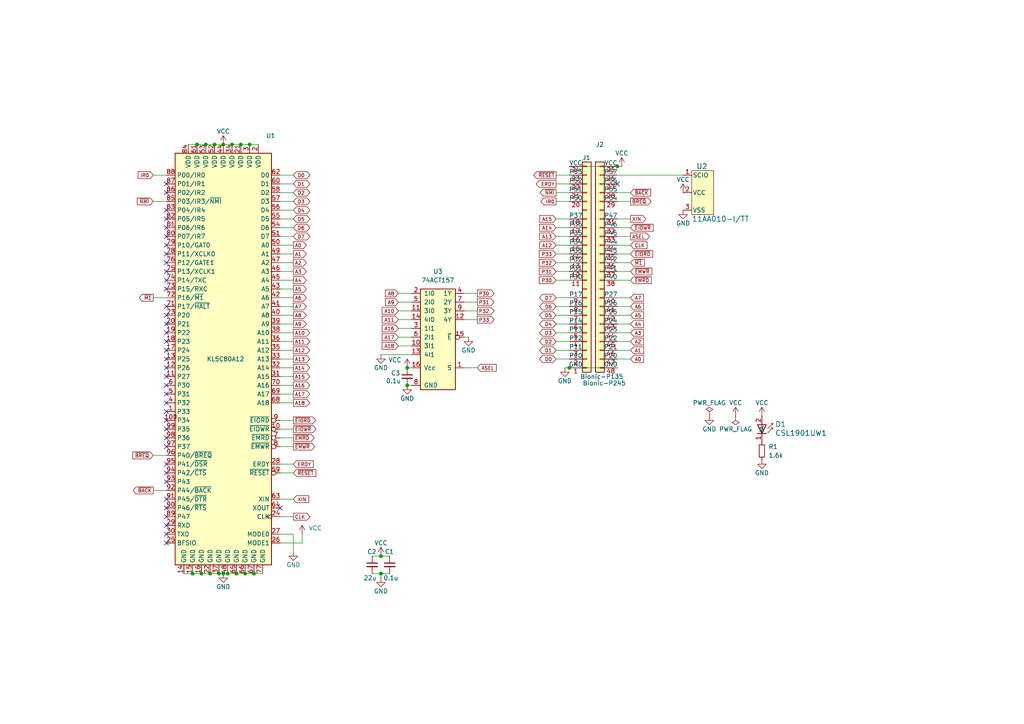
<source format=kicad_sch>
(kicad_sch (version 20250114) (generator "eeschema") (generator_version "9.0")
  (paper "A4")
  (title_block (title "BionicKL5C80A12") (date "2025-10-12") (rev "1") (company "Tadashi G. Takaoka"))
  (lib_symbols
    (symbol "Device:C_Small" (pin_numbers (hide yes)) (pin_names (offset 0.254) (hide yes))
      (property "Reference" "C" (at 0.254 1.778 0))
      (property "Value" "C_Small" (at 0.254 -2.032 0))
      (symbol "C_Small_0_1"
        (polyline (pts (xy -1.524 0.508) (xy 1.524 0.508)) (stroke (width 0.3048)))
        (polyline (pts (xy -1.524 -0.508) (xy 1.524 -0.508)) (stroke (width 0.3302)))
      )
      (symbol "C_Small_1_1"
        (pin passive line (at 0 2.54 270) (length 2.032) (name "~") (number "1"))
        (pin passive line (at 0 -2.54 90) (length 2.032) (name "~") (number "2"))
      )
    )
    (symbol "Device:R_Small" (pin_numbers (hide yes)) (pin_names (offset 0.254) (hide yes))
      (property "Reference" "R" (at 0 0 90))
      (property "Value" "R_Small" (at 1.778 0 90))
      (symbol "R_Small_0_1"
        (rectangle (start -0.762 1.778) (end 0.762 -1.778) (stroke (width 0.2032)))
      )
      (symbol "R_Small_1_1"
        (pin passive line (at 0 2.54 270) (length 0.762) (name "~") (number "1"))
        (pin passive line (at 0 -2.54 90) (length 0.762) (name "~") (number "2"))
      )
    )
    (symbol "bionic:Bionic-P135" (pin_names (offset 0))
      (property "Reference" "J" (at 0 30.48 0))
      (property "Value" "Bionic-P135" (at -1.27 -33.02 0))
      (symbol "Bionic-P135_1_1"
        (rectangle (start 0 28.067) (end -1.27 27.813) (stroke (width 0.1524)))
        (rectangle (start 0 25.527) (end -1.27 25.273) (stroke (width 0.1524)))
        (rectangle (start 0 22.987) (end -1.27 22.733) (stroke (width 0.1524)))
        (rectangle (start 0 20.447) (end -1.27 20.193) (stroke (width 0.1524)))
        (rectangle (start 0 17.907) (end -1.27 17.653) (stroke (width 0.1524)))
        (rectangle (start 0 15.367) (end -1.27 15.113) (stroke (width 0.1524)))
        (rectangle (start 0 12.827) (end -1.27 12.573) (stroke (width 0.1524)))
        (rectangle (start 0 10.287) (end -1.27 10.033) (stroke (width 0.1524)))
        (rectangle (start 0 7.747) (end -1.27 7.493) (stroke (width 0.1524)))
        (rectangle (start 0 5.207) (end -1.27 4.953) (stroke (width 0.1524)))
        (rectangle (start 0 2.667) (end -1.27 2.413) (stroke (width 0.1524)))
        (rectangle (start 0 0.127) (end -1.27 -0.127) (stroke (width 0.1524)))
        (rectangle (start 0 -2.413) (end -1.27 -2.667) (stroke (width 0.1524)))
        (rectangle (start 0 -4.953) (end -1.27 -5.207) (stroke (width 0.1524)))
        (rectangle (start 0 -7.493) (end -1.27 -7.747) (stroke (width 0.1524)))
        (rectangle (start 0 -10.033) (end -1.27 -10.287) (stroke (width 0.1524)))
        (rectangle (start 0 -12.573) (end -1.27 -12.827) (stroke (width 0.1524)))
        (rectangle (start 0 -15.113) (end -1.27 -15.367) (stroke (width 0.1524)))
        (rectangle (start 0 -17.653) (end -1.27 -17.907) (stroke (width 0.1524)))
        (rectangle (start 0 -20.193) (end -1.27 -20.447) (stroke (width 0.1524)))
        (rectangle (start 0 -22.733) (end -1.27 -22.987) (stroke (width 0.1524)))
        (rectangle (start 0 -25.273) (end -1.27 -25.527) (stroke (width 0.1524)))
        (rectangle (start 0 -27.813) (end -1.27 -28.067) (stroke (width 0.1524)))
        (rectangle (start 0 -30.353) (end -1.27 -30.607) (stroke (width 0.1524)))
        (rectangle (start 1.27 29.21) (end -1.27 -31.75) (stroke (width 0.254)) (fill (type background)))
        (pin power_in line (at -5.08 27.94 0) (length 3.81) (name "VCC") (number "24"))
        (pin bidirectional line (at -5.08 25.4 0) (length 3.81) (name "P53") (number "23"))
        (pin bidirectional line (at -5.08 22.86 0) (length 3.81) (name "P52") (number "22"))
        (pin bidirectional line (at -5.08 20.32 0) (length 3.81) (name "P51") (number "21"))
        (pin bidirectional line (at -5.08 17.78 0) (length 3.81) (name "P50") (number "20"))
        (pin bidirectional line (at -5.08 12.7 0) (length 3.81) (name "P37") (number "18"))
        (pin bidirectional line (at -5.08 10.16 0) (length 3.81) (name "P36") (number "17"))
        (pin bidirectional line (at -5.08 7.62 0) (length 3.81) (name "P35") (number "16"))
        (pin bidirectional line (at -5.08 5.08 0) (length 3.81) (name "P34") (number "15"))
        (pin bidirectional line (at -5.08 2.54 0) (length 3.81) (name "P33") (number "14"))
        (pin bidirectional line (at -5.08 0 0) (length 3.81) (name "P32") (number "13"))
        (pin bidirectional line (at -5.08 -2.54 0) (length 3.81) (name "P31") (number "12"))
        (pin bidirectional line (at -5.08 -5.08 0) (length 3.81) (name "P30") (number "11"))
        (pin bidirectional line (at -5.08 -10.16 0) (length 3.81) (name "P17") (number "9"))
        (pin bidirectional line (at -5.08 -12.7 0) (length 3.81) (name "P16") (number "8"))
        (pin bidirectional line (at -5.08 -15.24 0) (length 3.81) (name "P15") (number "7"))
        (pin bidirectional line (at -5.08 -17.78 0) (length 3.81) (name "P14") (number "6"))
        (pin bidirectional line (at -5.08 -20.32 0) (length 3.81) (name "P13") (number "5"))
        (pin bidirectional line (at -5.08 -22.86 0) (length 3.81) (name "P12") (number "4"))
        (pin bidirectional line (at -5.08 -25.4 0) (length 3.81) (name "P11") (number "3"))
        (pin bidirectional line (at -5.08 -27.94 0) (length 3.81) (name "P10") (number "2"))
        (pin power_in line (at -5.08 -30.48 0) (length 3.81) (name "GND") (number "1"))
      )
    )
    (symbol "bionic:Bionic-P245" (pin_names (offset 0))
      (property "Reference" "J" (at -3.81 30.48 0))
      (property "Value" "Bionic-P245" (at -1.27 -33.02 0))
      (symbol "Bionic-P245_1_1"
        (rectangle (start -2.54 29.21) (end -5.08 -31.75) (stroke (width 0.254)) (fill (type background)))
        (rectangle (start -2.54 27.813) (end -3.81 28.067) (stroke (width 0.1524)))
        (rectangle (start -2.54 25.273) (end -3.81 25.527) (stroke (width 0.1524)))
        (rectangle (start -2.54 22.733) (end -3.81 22.987) (stroke (width 0.1524)))
        (rectangle (start -2.54 20.193) (end -3.81 20.447) (stroke (width 0.1524)))
        (rectangle (start -2.54 17.653) (end -3.81 17.907) (stroke (width 0.1524)))
        (rectangle (start -2.54 15.113) (end -3.81 15.367) (stroke (width 0.1524)))
        (rectangle (start -2.54 12.573) (end -3.81 12.827) (stroke (width 0.1524)))
        (rectangle (start -2.54 10.033) (end -3.81 10.287) (stroke (width 0.1524)))
        (rectangle (start -2.54 7.493) (end -3.81 7.747) (stroke (width 0.1524)))
        (rectangle (start -2.54 4.953) (end -3.81 5.207) (stroke (width 0.1524)))
        (rectangle (start -2.54 2.413) (end -3.81 2.667) (stroke (width 0.1524)))
        (rectangle (start -2.54 -0.127) (end -3.81 0.127) (stroke (width 0.1524)))
        (rectangle (start -2.54 -2.667) (end -3.81 -2.413) (stroke (width 0.1524)))
        (rectangle (start -2.54 -5.207) (end -3.81 -4.953) (stroke (width 0.1524)))
        (rectangle (start -2.54 -7.747) (end -3.81 -7.493) (stroke (width 0.1524)))
        (rectangle (start -2.54 -10.287) (end -3.81 -10.033) (stroke (width 0.1524)))
        (rectangle (start -2.54 -12.827) (end -3.81 -12.573) (stroke (width 0.1524)))
        (rectangle (start -2.54 -15.367) (end -3.81 -15.113) (stroke (width 0.1524)))
        (rectangle (start -2.54 -17.907) (end -3.81 -17.653) (stroke (width 0.1524)))
        (rectangle (start -2.54 -20.447) (end -3.81 -20.193) (stroke (width 0.1524)))
        (rectangle (start -2.54 -22.987) (end -3.81 -22.733) (stroke (width 0.1524)))
        (rectangle (start -2.54 -25.527) (end -3.81 -25.273) (stroke (width 0.1524)))
        (rectangle (start -2.54 -28.067) (end -3.81 -27.813) (stroke (width 0.1524)))
        (rectangle (start -2.54 -30.607) (end -3.81 -30.353) (stroke (width 0.1524)))
        (pin power_in line (at 1.27 27.94 180) (length 3.81) (name "VCC") (number "25"))
        (pin bidirectional line (at 1.27 25.4 180) (length 3.81) (name "P57") (number "26"))
        (pin bidirectional line (at 1.27 22.86 180) (length 3.81) (name "P56") (number "27"))
        (pin bidirectional line (at 1.27 20.32 180) (length 3.81) (name "P55") (number "28"))
        (pin bidirectional line (at 1.27 17.78 180) (length 3.81) (name "P54") (number "29"))
        (pin bidirectional line (at 1.27 12.7 180) (length 3.81) (name "P47") (number "31"))
        (pin bidirectional line (at 1.27 10.16 180) (length 3.81) (name "P46") (number "32"))
        (pin bidirectional line (at 1.27 7.62 180) (length 3.81) (name "P45") (number "33"))
        (pin bidirectional line (at 1.27 5.08 180) (length 3.81) (name "P44") (number "34"))
        (pin bidirectional line (at 1.27 2.54 180) (length 3.81) (name "P43") (number "35"))
        (pin bidirectional line (at 1.27 0 180) (length 3.81) (name "P42") (number "36"))
        (pin bidirectional line (at 1.27 -2.54 180) (length 3.81) (name "P41") (number "37"))
        (pin bidirectional line (at 1.27 -5.08 180) (length 3.81) (name "P40") (number "38"))
        (pin bidirectional line (at 1.27 -10.16 180) (length 3.81) (name "P27") (number "40"))
        (pin bidirectional line (at 1.27 -12.7 180) (length 3.81) (name "P26") (number "41"))
        (pin bidirectional line (at 1.27 -15.24 180) (length 3.81) (name "P25") (number "42"))
        (pin bidirectional line (at 1.27 -17.78 180) (length 3.81) (name "P24") (number "43"))
        (pin bidirectional line (at 1.27 -20.32 180) (length 3.81) (name "P23") (number "44"))
        (pin bidirectional line (at 1.27 -22.86 180) (length 3.81) (name "P22") (number "45"))
        (pin bidirectional line (at 1.27 -25.4 180) (length 3.81) (name "P21") (number "46"))
        (pin bidirectional line (at 1.27 -27.94 180) (length 3.81) (name "P20") (number "47"))
        (pin power_in line (at 1.27 -30.48 180) (length 3.81) (name "GND") (number "48"))
      )
    )
    (symbol "cpu:KL5C80A12"
      (property "Reference" "U" (at 16.51 60.96 0))
      (property "Value" "KL5C8012" (at 0.508 2.54 0))
      (symbol "KL5C80A12_0_1"
        (rectangle (start -13.97 59.69) (end 13.97 -59.69) (stroke (width 0.254)) (fill (type background)))
      )
      (symbol "KL5C80A12_1_0"
        (pin bidirectional line (at -16.51 53.34 0) (length 2.54) (name "P00/IR0") (number "88"))
        (pin bidirectional line (at -16.51 50.8 0) (length 2.54) (name "P01/IR1") (number "87"))
        (pin bidirectional line (at -16.51 48.26 0) (length 2.54) (name "P02/IR2") (number "86"))
        (pin bidirectional line (at -16.51 43.18 0) (length 2.54) (name "P04/IR4") (number "83"))
        (pin bidirectional line (at -16.51 40.64 0) (length 2.54) (name "P05/IR5") (number "82"))
        (pin bidirectional line (at -16.51 38.1 0) (length 2.54) (name "P06/IR6") (number "81"))
        (pin bidirectional line (at -16.51 35.56 0) (length 2.54) (name "P07/IR7") (number "80"))
        (pin bidirectional line (at -16.51 33.02 0) (length 2.54) (name "P10/GAT0") (number "79"))
        (pin bidirectional line (at -16.51 30.48 0) (length 2.54) (name "P11/XCLK0") (number "78"))
        (pin bidirectional line (at -16.51 27.94 0) (length 2.54) (name "P12/GATE1") (number "76"))
        (pin bidirectional line (at -16.51 25.4 0) (length 2.54) (name "P13/XCLK1") (number "75"))
        (pin bidirectional line (at -16.51 22.86 0) (length 2.54) (name "P14/TXC") (number "74"))
        (pin bidirectional line (at -16.51 20.32 0) (length 2.54) (name "P15/RXC") (number "73"))
        (pin bidirectional line (at -16.51 12.7 0) (length 2.54) (name "P20") (number "23"))
        (pin bidirectional line (at -16.51 10.16 0) (length 2.54) (name "P21") (number "20"))
        (pin bidirectional line (at -16.51 7.62 0) (length 2.54) (name "P22") (number "19"))
        (pin bidirectional line (at -16.51 5.08 0) (length 2.54) (name "P23") (number "18"))
        (pin bidirectional line (at -16.51 2.54 0) (length 2.54) (name "P24") (number "17"))
        (pin bidirectional line (at -16.51 0 0) (length 2.54) (name "P25") (number "13"))
        (pin bidirectional line (at -16.51 -2.54 0) (length 2.54) (name "P26") (number "12"))
        (pin bidirectional line (at -16.51 -5.08 0) (length 2.54) (name "P27") (number "11"))
        (pin bidirectional line (at -16.51 -7.62 0) (length 2.54) (name "P30") (number "6"))
        (pin bidirectional line (at -16.51 -10.16 0) (length 2.54) (name "P31") (number "5"))
        (pin bidirectional line (at -16.51 -12.7 0) (length 2.54) (name "P32") (number "4"))
        (pin bidirectional line (at -16.51 -15.24 0) (length 2.54) (name "P33") (number "1"))
        (pin bidirectional line (at -16.51 -17.78 0) (length 2.54) (name "P34") (number "100"))
        (pin bidirectional line (at -16.51 -20.32 0) (length 2.54) (name "P35") (number "99"))
        (pin bidirectional line (at -16.51 -22.86 0) (length 2.54) (name "P36") (number "98"))
        (pin bidirectional line (at -16.51 -25.4 0) (length 2.54) (name "P37") (number "97"))
        (pin bidirectional line (at -16.51 -30.48 0) (length 2.54) (name "P41/~{DSR}") (number "95"))
        (pin bidirectional line (at -16.51 -33.02 0) (length 2.54) (name "P42/~{CTS}") (number "94"))
        (pin bidirectional line (at -16.51 -35.56 0) (length 2.54) (name "P43") (number "93"))
        (pin bidirectional line (at -16.51 -40.64 0) (length 2.54) (name "P45/~{DTR}") (number "91"))
        (pin bidirectional line (at -16.51 -43.18 0) (length 2.54) (name "P46/~{RTS}") (number "90"))
        (pin bidirectional line (at -16.51 -45.72 0) (length 2.54) (name "P47") (number "89"))
        (pin input line (at -16.51 -48.26 0) (length 2.54) (name "RXD") (number "29"))
        (pin output line (at -16.51 -50.8 0) (length 2.54) (name "TXD") (number "30"))
        (pin bidirectional line (at -16.51 -53.34 0) (length 2.54) (name "BFSIO") (number "25"))
        (pin power_in line (at -11.43 -62.23 90) (length 2.54) (name "GND") (number "14"))
        (pin power_in line (at -10.16 62.23 270) (length 2.54) (name "VDD") (number "84"))
        (pin power_in line (at -8.89 -62.23 90) (length 2.54) (name "GND") (number "15"))
        (pin power_in line (at -7.62 62.23 270) (length 2.54) (name "VDD") (number "61"))
        (pin power_in line (at -6.35 -62.23 90) (length 2.54) (name "GND") (number "16"))
        (pin power_in line (at -5.08 62.23 270) (length 2.54) (name "VDD") (number "53"))
        (pin power_in line (at -3.81 -62.23 90) (length 2.54) (name "GND") (number "22"))
        (pin power_in line (at -2.54 62.23 270) (length 2.54) (name "VDD") (number "52"))
        (pin power_in line (at -1.27 -62.23 90) (length 2.54) (name "GND") (number "37"))
        (pin power_in line (at 0 62.23 270) (length 2.54) (name "VDD") (number "44"))
        (pin power_in line (at 1.27 -62.23 90) (length 2.54) (name "GND") (number "48"))
        (pin power_in line (at 2.54 62.23 270) (length 2.54) (name "VDD") (number "34"))
        (pin power_in line (at 3.81 -62.23 90) (length 2.54) (name "GND") (number "65"))
        (pin power_in line (at 5.08 62.23 270) (length 2.54) (name "VDD") (number "21"))
        (pin power_in line (at 6.35 -62.23 90) (length 2.54) (name "GND") (number "66"))
        (pin power_in line (at 8.89 -62.23 90) (length 2.54) (name "GND") (number "67"))
        (pin power_in line (at 10.16 62.23 270) (length 2.54) (name "VDD") (number "2"))
        (pin power_in line (at 11.43 -62.23 90) (length 2.54) (name "GND") (number "77"))
        (pin output line (at 16.51 -7.62 180) (length 2.54) (name "A16") (number "70"))
        (pin output line (at 16.51 -10.16 180) (length 2.54) (name "A17") (number "69"))
        (pin output line (at 16.51 -12.7 180) (length 2.54) (name "A18") (number "68"))
        (pin input line (at 16.51 -40.64 180) (length 2.54) (name "XIN") (number "63"))
        (pin output line (at 16.51 -43.18 180) (length 2.54) (name "XOUT") (number "64"))
        (pin input line (at 16.51 -50.8 180) (length 2.54) (name "MODE0") (number "27"))
        (pin input line (at 16.51 -53.34 180) (length 2.54) (name "MODE1") (number "26"))
      )
      (symbol "KL5C80A12_1_1"
        (pin bidirectional line (at -16.51 45.72 0) (length 2.54) (name "P03/IR3/~{NMI}") (number "85"))
        (pin bidirectional line (at -16.51 17.78 0) (length 2.54) (name "P16/~{M1}") (number "72"))
        (pin bidirectional line (at -16.51 15.24 0) (length 2.54) (name "P17/~{HALT}") (number "71"))
        (pin bidirectional line (at -16.51 -27.94 0) (length 2.54) (name "P40/~{BREQ}") (number "96"))
        (pin bidirectional line (at -16.51 -38.1 0) (length 2.54) (name "P44/~{BACK}") (number "92"))
        (pin power_in line (at 7.62 62.23 270) (length 2.54) (name "VDD") (number "3"))
        (pin bidirectional line (at 16.51 53.34 180) (length 2.54) (name "D0") (number "62"))
        (pin bidirectional line (at 16.51 50.8 180) (length 2.54) (name "D1") (number "60"))
        (pin bidirectional line (at 16.51 48.26 180) (length 2.54) (name "D2") (number "58"))
        (pin bidirectional line (at 16.51 45.72 180) (length 2.54) (name "D3") (number "57"))
        (pin bidirectional line (at 16.51 43.18 180) (length 2.54) (name "D4") (number "56"))
        (pin bidirectional line (at 16.51 40.64 180) (length 2.54) (name "D5") (number "55"))
        (pin bidirectional line (at 16.51 38.1 180) (length 2.54) (name "D6") (number "54"))
        (pin bidirectional line (at 16.51 35.56 180) (length 2.54) (name "D7") (number "51"))
        (pin output line (at 16.51 33.02 180) (length 2.54) (name "A0") (number "50"))
        (pin output line (at 16.51 30.48 180) (length 2.54) (name "A1") (number "49"))
        (pin output line (at 16.51 27.94 180) (length 2.54) (name "A2") (number "47"))
        (pin output line (at 16.51 25.4 180) (length 2.54) (name "A3") (number "46"))
        (pin output line (at 16.51 22.86 180) (length 2.54) (name "A4") (number "45"))
        (pin output line (at 16.51 20.32 180) (length 2.54) (name "A5") (number "43"))
        (pin output line (at 16.51 17.78 180) (length 2.54) (name "A6") (number "42"))
        (pin output line (at 16.51 15.24 180) (length 2.54) (name "A7") (number "41"))
        (pin output line (at 16.51 12.7 180) (length 2.54) (name "A8") (number "40"))
        (pin output line (at 16.51 10.16 180) (length 2.54) (name "A9") (number "39"))
        (pin output line (at 16.51 7.62 180) (length 2.54) (name "A10") (number "38"))
        (pin output line (at 16.51 5.08 180) (length 2.54) (name "A11") (number "36"))
        (pin output line (at 16.51 2.54 180) (length 2.54) (name "A12") (number "35"))
        (pin output line (at 16.51 0 180) (length 2.54) (name "A13") (number "33"))
        (pin output line (at 16.51 -2.54 180) (length 2.54) (name "A14") (number "32"))
        (pin output line (at 16.51 -5.08 180) (length 2.54) (name "A15") (number "31"))
        (pin output inverted (at 16.51 -17.78 180) (length 2.54) (name "~{EIORD}") (number "9"))
        (pin output inverted (at 16.51 -20.32 180) (length 2.54) (name "~{EIOWR}") (number "10"))
        (pin output inverted (at 16.51 -22.86 180) (length 2.54) (name "~{EMRD}") (number "7"))
        (pin output inverted (at 16.51 -25.4 180) (length 2.54) (name "~{EMWR}") (number "8"))
        (pin input line (at 16.51 -30.48 180) (length 2.54) (name "ERDY") (number "28"))
        (pin input inverted (at 16.51 -33.02 180) (length 2.54) (name "~{RESET}") (number "59"))
        (pin output clock (at 16.51 -45.72 180) (length 2.54) (name "CLK") (number "24"))
      )
    )
    (symbol "microchip:11AA010-I_TT" (pin_names (offset 0.254))
      (property "Reference" "U" (at 2.54 1.27 0))
      (property "Value" "11AA010-I/TT" (at 3.81 -13.97 0))
      (symbol "11AA010-I_TT_1_1"
        (rectangle (start 0 0) (end 6.35 -12.7) (fill (type background)))
        (pin bidirectional line (at -2.54 -1.27 0) (length 2.54) (name "SCIO") (number "1"))
        (pin power_in line (at -2.54 -6.35 0) (length 2.54) (name "VCC") (number "2"))
        (pin power_in line (at -2.54 -11.43 0) (length 2.54) (name "VSS") (number "3"))
      )
    )
    (symbol "power:GND" (power) (pin_numbers (hide yes)) (pin_names (offset 0) (hide yes))
      (property "Value" "GND" (at 0 -3.81 0))
      (symbol "GND_0_1"
        (polyline (pts (xy 0 0) (xy 0 -1.27) (xy 1.27 -1.27) (xy 0 -2.54) (xy -1.27 -1.27) (xy 0 -1.27)))
      )
      (symbol "GND_1_1"
        (pin power_in line (at 0 0 270) (length 0) (name "~") (number "1"))
      )
    )
    (symbol "power:PWR_FLAG" (power) (pin_numbers (hide yes)) (pin_names (offset 0) (hide yes))
      (property "Value" "PWR_FLAG" (at 0 3.81 0))
      (symbol "PWR_FLAG_0_0"
        (pin power_out line (at 0 0 90) (length 0) (name "~") (number "1"))
      )
      (symbol "PWR_FLAG_0_1"
        (polyline (pts (xy 0 0) (xy 0 1.27) (xy -1.016 1.905) (xy 0 2.54) (xy 1.016 1.905) (xy 0 1.27)))
      )
    )
    (symbol "power:VCC" (power) (pin_numbers (hide yes)) (pin_names (offset 0) (hide yes))
      (property "Value" "VCC" (at 0 3.556 0))
      (symbol "VCC_0_1"
        (polyline (pts (xy -0.762 1.27) (xy 0 2.54)))
        (polyline (pts (xy 0 2.54) (xy 0.762 1.27)))
        (polyline (pts (xy 0 0) (xy 0 2.54)))
      )
      (symbol "VCC_1_1"
        (pin power_in line (at 0 0 90) (length 0) (name "~") (number "1"))
      )
    )
    (symbol "rhom:CSL1901UW1" (pin_names (offset 0.254))
      (property "Reference" "D" (at 3.81 -2.54 0))
      (property "Value" "CSL1901UW1" (at 3.81 -5.08 0))
      (symbol "CSL1901UW1_0_1"
        (polyline (pts (xy 2.159 3.175) (xy 2.667 3.175)))
        (polyline (pts (xy 2.54 0) (xy 5.08 0)))
        (polyline (pts (xy 2.54 -1.27) (xy 5.08 0) (xy 2.54 1.27) (xy 2.54 -1.27)) (stroke (width 0.254)))
        (polyline (pts (xy 3.683 1.651) (xy 2.159 3.175) (xy 2.159 2.667)))
        (polyline (pts (xy 4.953 1.651) (xy 3.429 3.175) (xy 3.429 2.667) (xy 3.429 3.175) (xy 3.937 3.175)))
        (polyline (pts (xy 5.08 1.27) (xy 5.08 -1.27)) (stroke (width 0.254)))
      )
      (symbol "CSL1901UW1_1_1"
        (pin passive line (at 0 0 0) (length 2.54) (name "A") (number "2"))
        (pin passive line (at 7.62 0 180) (length 2.54) (name "K") (number "1"))
      )
      (symbol "CSL1901UW1_1_2"
        (polyline (pts (xy -5.08 8.255) (xy -5.08 7.62)) (stroke (width 0.2032)))
        (polyline (pts (xy -5.08 7.62) (xy -4.445 8.255)) (stroke (width 0.2032)))
        (polyline (pts (xy -4.445 10.16) (xy -4.445 9.525)) (stroke (width 0.2032)))
        (polyline (pts (xy -4.445 9.525) (xy -3.81 10.16)) (stroke (width 0.2032)))
        (polyline (pts (xy -4.445 8.255) (xy -5.08 8.255)) (stroke (width 0.2032)))
        (polyline (pts (xy -4.445 6.35) (xy -3.81 6.985)) (stroke (width 0.2032)))
        (polyline (pts (xy -3.81 10.16) (xy -4.445 10.16)) (stroke (width 0.2032)))
        (polyline (pts (xy -3.81 8.255) (xy -3.175 8.89)) (stroke (width 0.2032)))
        (polyline (pts (xy -3.81 6.985) (xy -5.08 8.255)) (stroke (width 0.2032)))
        (polyline (pts (xy -3.175 8.89) (xy -4.445 10.16)) (stroke (width 0.2032)))
        (polyline (pts (xy -3.175 5.08) (xy -4.445 6.35)) (stroke (width 0.2032)))
        (polyline (pts (xy -2.54 6.985) (xy -3.81 8.255)) (stroke (width 0.2032)))
        (polyline (pts (xy -1.905 3.81) (xy 1.905 3.81)) (stroke (width 0.2032)))
        (polyline (pts (xy 0 6.35) (xy -1.905 3.81)) (stroke (width 0.2032)))
        (polyline (pts (xy 0 6.35) (xy 0 7.62)) (stroke (width 0.2032)))
        (polyline (pts (xy 0 3.175) (xy 0 3.81)) (stroke (width 0.2032)))
        (polyline (pts (xy 0 2.54) (xy 0 3.4798)) (stroke (width 0.2032)))
        (polyline (pts (xy 1.905 6.35) (xy -1.905 6.35)) (stroke (width 0.2032)))
        (polyline (pts (xy 1.905 3.81) (xy 0 6.35)) (stroke (width 0.2032)))
        (pin unspecified line (at 0 10.16 270) (length 2.54) (name "") (number "1"))
        (pin unspecified line (at 0 0 90) (length 2.54) (name "") (number "2"))
      )
    )
    (symbol "ti:74ACT157" (pin_names (offset 1.016))
      (property "Reference" "U" (at 0 16.51 0))
      (property "Value" "74ACT157" (at 0 -15.494 0))
      (symbol "74ACT157_1_0"
        (pin input line (at -7.62 13.97 0) (length 2.54) (name "1I0") (number "2"))
        (pin input line (at -7.62 11.43 0) (length 2.54) (name "2I0") (number "5"))
        (pin input line (at -7.62 8.89 0) (length 2.54) (name "3I0") (number "11"))
        (pin input line (at -7.62 6.35 0) (length 2.54) (name "4I0") (number "14"))
        (pin input line (at -7.62 3.81 0) (length 2.54) (name "1I1") (number "3"))
        (pin input line (at -7.62 1.27 0) (length 2.54) (name "2I1") (number "6"))
        (pin input line (at -7.62 -1.27 0) (length 2.54) (name "3I1") (number "10"))
        (pin input line (at -7.62 -3.81 0) (length 2.54) (name "4I1") (number "13"))
        (pin power_in line (at -7.62 -7.62 0) (length 2.54) (name "Vcc") (number "16"))
        (pin power_in line (at -7.62 -12.7 0) (length 2.54) (name "GND") (number "8"))
        (pin output line (at 7.62 13.97 180) (length 2.54) (name "1Y") (number "4"))
        (pin output line (at 7.62 11.43 180) (length 2.54) (name "2Y") (number "7"))
        (pin output line (at 7.62 8.89 180) (length 2.54) (name "3Y") (number "9"))
        (pin output line (at 7.62 6.35 180) (length 2.54) (name "4Y") (number "12"))
        (pin input inverted (at 7.62 1.27 180) (length 2.54) (name "~{E}") (number "15"))
        (pin input line (at 7.62 -7.62 180) (length 2.54) (name "S") (number "1"))
      )
      (symbol "74ACT157_1_1"
        (rectangle (start -5.08 15.24) (end 5.08 -13.97) (stroke (width 0.254)) (fill (type background)))
      )
    )
  )
  (junction (at 64.77 166.37))
  (junction (at 73.66 166.37))
  (junction (at 60.96 166.37))
  (junction (at 57.15 41.91))
  (junction (at 72.39 41.91))
  (junction (at 68.58 166.37))
  (junction (at 110.49 166.37))
  (junction (at 110.49 161.29))
  (junction (at 59.69 41.91))
  (junction (at 165.1 106.68))
  (junction (at 71.12 166.37))
  (junction (at 179.07 48.26))
  (junction (at 58.42 166.37))
  (junction (at 67.31 41.91))
  (junction (at 118.11 111.76))
  (junction (at 66.04 166.37))
  (junction (at 118.11 106.68))
  (junction (at 62.23 41.91))
  (junction (at 69.85 41.91))
  (junction (at 55.88 166.37))
  (junction (at 64.77 41.91))
  (junction (at 63.5 166.37))
  (no_connect (at 48.26 116.84))
  (no_connect (at 48.26 68.58))
  (no_connect (at 48.26 137.16))
  (no_connect (at 48.26 93.98))
  (no_connect (at 48.26 154.94))
  (no_connect (at 48.26 147.32))
  (no_connect (at 48.26 129.54))
  (no_connect (at 48.26 104.14))
  (no_connect (at 48.26 96.52))
  (no_connect (at 48.26 139.7))
  (no_connect (at 48.26 109.22))
  (no_connect (at 48.26 127))
  (no_connect (at 48.26 81.28))
  (no_connect (at 48.26 124.46))
  (no_connect (at 48.26 76.2))
  (no_connect (at 48.26 78.74))
  (no_connect (at 48.26 53.34))
  (no_connect (at 48.26 149.86))
  (no_connect (at 48.26 91.44))
  (no_connect (at 48.26 71.12))
  (no_connect (at 48.26 114.3))
  (no_connect (at 81.28 147.32))
  (no_connect (at 179.07 53.34))
  (no_connect (at 48.26 73.66))
  (no_connect (at 48.26 63.5))
  (no_connect (at 48.26 60.96))
  (no_connect (at 48.26 134.62))
  (no_connect (at 48.26 101.6))
  (no_connect (at 48.26 157.48))
  (no_connect (at 48.26 106.68))
  (no_connect (at 48.26 88.9))
  (no_connect (at 48.26 119.38))
  (no_connect (at 48.26 99.06))
  (no_connect (at 48.26 121.92))
  (no_connect (at 48.26 83.82))
  (no_connect (at 48.26 111.76))
  (no_connect (at 48.26 152.4))
  (no_connect (at 48.26 55.88))
  (no_connect (at 48.26 144.78))
  (no_connect (at 48.26 66.04))
  (wire (pts (xy 134.62 90.17) (xy 138.43 90.17)))
  (wire (pts (xy 81.28 81.28) (xy 85.09 81.28)))
  (wire (pts (xy 81.28 73.66) (xy 85.09 73.66)))
  (wire (pts (xy 179.07 73.66) (xy 182.88 73.66)))
  (wire (pts (xy 161.29 76.2) (xy 165.1 76.2)))
  (wire (pts (xy 81.28 144.78) (xy 85.09 144.78)))
  (wire (pts (xy 44.45 50.8) (xy 48.26 50.8)))
  (wire (pts (xy 134.62 97.79) (xy 135.89 97.79)))
  (wire (pts (xy 179.07 81.28) (xy 182.88 81.28)))
  (wire (pts (xy 179.07 86.36) (xy 182.88 86.36)))
  (wire (pts (xy 81.28 134.62) (xy 85.09 134.62)))
  (wire (pts (xy 81.28 111.76) (xy 85.09 111.76)))
  (wire (pts (xy 180.34 48.26) (xy 179.07 48.26)))
  (wire (pts (xy 107.95 166.37) (xy 110.49 166.37)))
  (wire (pts (xy 81.28 157.48) (xy 87.63 157.48)))
  (wire (pts (xy 179.07 99.06) (xy 182.88 99.06)))
  (wire (pts (xy 81.28 124.46) (xy 85.09 124.46)))
  (wire (pts (xy 81.28 99.06) (xy 85.09 99.06)))
  (wire (pts (xy 81.28 60.96) (xy 85.09 60.96)))
  (wire (pts (xy 179.07 91.44) (xy 182.88 91.44)))
  (wire (pts (xy 161.29 73.66) (xy 165.1 73.66)))
  (wire (pts (xy 81.28 93.98) (xy 85.09 93.98)))
  (wire (pts (xy 161.29 53.34) (xy 165.1 53.34)))
  (wire (pts (xy 107.95 161.29) (xy 110.49 161.29)))
  (wire (pts (xy 81.28 96.52) (xy 85.09 96.52)))
  (wire (pts (xy 60.96 166.37) (xy 63.5 166.37)))
  (wire (pts (xy 163.83 106.68) (xy 165.1 106.68)))
  (wire (pts (xy 68.58 166.37) (xy 71.12 166.37)))
  (wire (pts (xy 72.39 41.91) (xy 74.93 41.91)))
  (wire (pts (xy 81.28 68.58) (xy 85.09 68.58)))
  (wire (pts (xy 179.07 76.2) (xy 182.88 76.2)))
  (wire (pts (xy 179.07 63.5) (xy 182.88 63.5)))
  (wire (pts (xy 81.28 76.2) (xy 85.09 76.2)))
  (wire (pts (xy 115.57 100.33) (xy 119.38 100.33)))
  (wire (pts (xy 81.28 53.34) (xy 85.09 53.34)))
  (wire (pts (xy 161.29 101.6) (xy 165.1 101.6)))
  (wire (pts (xy 44.45 58.42) (xy 48.26 58.42)))
  (wire (pts (xy 134.62 92.71) (xy 138.43 92.71)))
  (wire (pts (xy 73.66 166.37) (xy 76.2 166.37)))
  (wire (pts (xy 81.28 121.92) (xy 85.09 121.92)))
  (wire (pts (xy 161.29 68.58) (xy 165.1 68.58)))
  (wire (pts (xy 161.29 55.88) (xy 165.1 55.88)))
  (wire (pts (xy 179.07 93.98) (xy 182.88 93.98)))
  (wire (pts (xy 87.63 157.48) (xy 87.63 154.94)))
  (wire (pts (xy 134.62 106.68) (xy 138.43 106.68)))
  (wire (pts (xy 161.29 71.12) (xy 165.1 71.12)))
  (wire (pts (xy 44.45 142.24) (xy 48.26 142.24)))
  (wire (pts (xy 118.11 106.68) (xy 119.38 106.68)))
  (wire (pts (xy 81.28 129.54) (xy 85.09 129.54)))
  (wire (pts (xy 63.5 166.37) (xy 64.77 166.37)))
  (wire (pts (xy 81.28 154.94) (xy 85.09 154.94)))
  (wire (pts (xy 179.07 50.8) (xy 198.12 50.8)))
  (wire (pts (xy 179.07 66.04) (xy 182.88 66.04)))
  (wire (pts (xy 115.57 97.79) (xy 119.38 97.79)))
  (wire (pts (xy 53.34 166.37) (xy 55.88 166.37)))
  (wire (pts (xy 57.15 41.91) (xy 59.69 41.91)))
  (wire (pts (xy 85.09 154.94) (xy 85.09 160.02)))
  (wire (pts (xy 81.28 71.12) (xy 85.09 71.12)))
  (wire (pts (xy 179.07 96.52) (xy 182.88 96.52)))
  (wire (pts (xy 81.28 66.04) (xy 85.09 66.04)))
  (wire (pts (xy 115.57 95.25) (xy 119.38 95.25)))
  (wire (pts (xy 161.29 66.04) (xy 165.1 66.04)))
  (wire (pts (xy 81.28 114.3) (xy 85.09 114.3)))
  (wire (pts (xy 119.38 102.87) (xy 110.49 102.87)))
  (wire (pts (xy 67.31 41.91) (xy 69.85 41.91)))
  (wire (pts (xy 161.29 104.14) (xy 165.1 104.14)))
  (wire (pts (xy 115.57 90.17) (xy 119.38 90.17)))
  (wire (pts (xy 115.57 85.09) (xy 119.38 85.09)))
  (wire (pts (xy 179.07 88.9) (xy 182.88 88.9)))
  (wire (pts (xy 110.49 166.37) (xy 113.03 166.37)))
  (wire (pts (xy 81.28 91.44) (xy 85.09 91.44)))
  (wire (pts (xy 81.28 104.14) (xy 85.09 104.14)))
  (wire (pts (xy 81.28 137.16) (xy 85.09 137.16)))
  (wire (pts (xy 179.07 68.58) (xy 182.88 68.58)))
  (wire (pts (xy 81.28 106.68) (xy 85.09 106.68)))
  (wire (pts (xy 115.57 87.63) (xy 119.38 87.63)))
  (wire (pts (xy 110.49 161.29) (xy 113.03 161.29)))
  (wire (pts (xy 161.29 88.9) (xy 165.1 88.9)))
  (wire (pts (xy 161.29 86.36) (xy 165.1 86.36)))
  (wire (pts (xy 134.62 85.09) (xy 138.43 85.09)))
  (wire (pts (xy 179.07 78.74) (xy 182.88 78.74)))
  (wire (pts (xy 161.29 58.42) (xy 165.1 58.42)))
  (wire (pts (xy 44.45 86.36) (xy 48.26 86.36)))
  (wire (pts (xy 59.69 41.91) (xy 62.23 41.91)))
  (wire (pts (xy 81.28 86.36) (xy 85.09 86.36)))
  (wire (pts (xy 161.29 91.44) (xy 165.1 91.44)))
  (wire (pts (xy 179.07 101.6) (xy 182.88 101.6)))
  (wire (pts (xy 64.77 166.37) (xy 66.04 166.37)))
  (wire (pts (xy 81.28 83.82) (xy 85.09 83.82)))
  (wire (pts (xy 161.29 63.5) (xy 165.1 63.5)))
  (wire (pts (xy 81.28 63.5) (xy 85.09 63.5)))
  (wire (pts (xy 71.12 166.37) (xy 73.66 166.37)))
  (wire (pts (xy 66.04 166.37) (xy 68.58 166.37)))
  (wire (pts (xy 118.11 111.76) (xy 119.38 111.76)))
  (wire (pts (xy 81.28 78.74) (xy 85.09 78.74)))
  (wire (pts (xy 81.28 88.9) (xy 85.09 88.9)))
  (wire (pts (xy 81.28 101.6) (xy 85.09 101.6)))
  (wire (pts (xy 81.28 127) (xy 85.09 127)))
  (wire (pts (xy 161.29 81.28) (xy 165.1 81.28)))
  (wire (pts (xy 134.62 87.63) (xy 138.43 87.63)))
  (wire (pts (xy 161.29 93.98) (xy 165.1 93.98)))
  (wire (pts (xy 81.28 149.86) (xy 85.09 149.86)))
  (wire (pts (xy 44.45 132.08) (xy 48.26 132.08)))
  (wire (pts (xy 81.28 109.22) (xy 85.09 109.22)))
  (wire (pts (xy 64.77 41.91) (xy 67.31 41.91)))
  (wire (pts (xy 58.42 166.37) (xy 60.96 166.37)))
  (wire (pts (xy 69.85 41.91) (xy 72.39 41.91)))
  (wire (pts (xy 179.07 71.12) (xy 182.88 71.12)))
  (wire (pts (xy 179.07 55.88) (xy 182.88 55.88)))
  (wire (pts (xy 110.49 167.64) (xy 110.49 166.37)))
  (wire (pts (xy 161.29 99.06) (xy 165.1 99.06)))
  (wire (pts (xy 165.1 48.26) (xy 179.07 48.26)))
  (wire (pts (xy 55.88 166.37) (xy 58.42 166.37)))
  (wire (pts (xy 165.1 106.68) (xy 179.07 106.68)))
  (wire (pts (xy 81.28 55.88) (xy 85.09 55.88)))
  (wire (pts (xy 54.61 41.91) (xy 57.15 41.91)))
  (wire (pts (xy 81.28 50.8) (xy 85.09 50.8)))
  (wire (pts (xy 161.29 50.8) (xy 165.1 50.8)))
  (wire (pts (xy 81.28 116.84) (xy 85.09 116.84)))
  (wire (pts (xy 161.29 78.74) (xy 165.1 78.74)))
  (wire (pts (xy 62.23 41.91) (xy 64.77 41.91)))
  (wire (pts (xy 179.07 58.42) (xy 182.88 58.42)))
  (wire (pts (xy 115.57 92.71) (xy 119.38 92.71)))
  (wire (pts (xy 161.29 96.52) (xy 165.1 96.52)))
  (wire (pts (xy 179.07 104.14) (xy 182.88 104.14)))
  (wire (pts (xy 81.28 58.42) (xy 85.09 58.42)))
  (global_label "D5" (shape bidirectional) (at 161.29 91.44 180) (effects (font (size 1.016 1.016))) (property "Intersheetrefs" "${INTERSHEET_REFS}" (effects (hide yes))))
  (global_label "A8" (shape input) (at 115.57 85.09 180) (effects (font (size 1.016 1.016))) (property "Intersheetrefs" "${INTERSHEET_REFS}" (effects (hide yes))))
  (global_label "CLK" (shape output) (at 85.09 149.86 0) (effects (font (size 1.016 1.016))) (property "Intersheetrefs" "${INTERSHEET_REFS}" (effects (hide yes))))
  (global_label "P32" (shape output) (at 138.43 90.17 0) (effects (font (size 1.016 1.016))) (property "Intersheetrefs" "${INTERSHEET_REFS}" (effects (hide yes))))
  (global_label "ERDY" (shape output) (at 161.29 53.34 180) (effects (font (size 1.016 1.016))) (property "Intersheetrefs" "${INTERSHEET_REFS}" (effects (hide yes))))
  (global_label "P30" (shape output) (at 138.43 85.09 0) (effects (font (size 1.016 1.016))) (property "Intersheetrefs" "${INTERSHEET_REFS}" (effects (hide yes))))
  (global_label "A10" (shape input) (at 115.57 90.17 180) (effects (font (size 1.016 1.016))) (property "Intersheetrefs" "${INTERSHEET_REFS}" (effects (hide yes))))
  (global_label "A15" (shape output) (at 85.09 109.22 0) (effects (font (size 1.016 1.016))) (property "Intersheetrefs" "${INTERSHEET_REFS}" (effects (hide yes))))
  (global_label "A16" (shape output) (at 85.09 111.76 0) (effects (font (size 1.016 1.016))) (property "Intersheetrefs" "${INTERSHEET_REFS}" (effects (hide yes))))
  (global_label "~{BACK}" (shape output) (at 44.45 142.24 180) (effects (font (size 1.016 1.016))) (property "Intersheetrefs" "${INTERSHEET_REFS}" (effects (hide yes))))
  (global_label "A1" (shape input) (at 182.88 101.6 0) (effects (font (size 1.016 1.016))) (property "Intersheetrefs" "${INTERSHEET_REFS}" (effects (hide yes))))
  (global_label "D7" (shape bidirectional) (at 85.09 68.58 0) (effects (font (size 1.016 1.016))) (property "Intersheetrefs" "${INTERSHEET_REFS}" (effects (hide yes))))
  (global_label "D0" (shape bidirectional) (at 161.29 104.14 180) (effects (font (size 1.016 1.016))) (property "Intersheetrefs" "${INTERSHEET_REFS}" (effects (hide yes))))
  (global_label "XIN" (shape output) (at 182.88 63.5 0) (effects (font (size 1.016 1.016))) (property "Intersheetrefs" "${INTERSHEET_REFS}" (effects (hide yes))))
  (global_label "P31" (shape output) (at 138.43 87.63 0) (effects (font (size 1.016 1.016))) (property "Intersheetrefs" "${INTERSHEET_REFS}" (effects (hide yes))))
  (global_label "~{M1}" (shape output) (at 44.45 86.36 180) (effects (font (size 1.016 1.016))) (property "Intersheetrefs" "${INTERSHEET_REFS}" (effects (hide yes))))
  (global_label "A11" (shape output) (at 85.09 99.06 0) (effects (font (size 1.016 1.016))) (property "Intersheetrefs" "${INTERSHEET_REFS}" (effects (hide yes))))
  (global_label "IR0" (shape input) (at 44.45 50.8 180) (effects (font (size 1.016 1.016))) (property "Intersheetrefs" "${INTERSHEET_REFS}" (effects (hide yes))))
  (global_label "D7" (shape bidirectional) (at 161.29 86.36 180) (effects (font (size 1.016 1.016))) (property "Intersheetrefs" "${INTERSHEET_REFS}" (effects (hide yes))))
  (global_label "A18" (shape output) (at 85.09 116.84 0) (effects (font (size 1.016 1.016))) (property "Intersheetrefs" "${INTERSHEET_REFS}" (effects (hide yes))))
  (global_label "IR0" (shape output) (at 161.29 58.42 180) (effects (font (size 1.016 1.016))) (property "Intersheetrefs" "${INTERSHEET_REFS}" (effects (hide yes))))
  (global_label "~{RESET}" (shape output) (at 161.29 50.8 180) (effects (font (size 1.016 1.016))) (property "Intersheetrefs" "${INTERSHEET_REFS}" (effects (hide yes))))
  (global_label "ASEL" (shape input) (at 138.43 106.68 0) (effects (font (size 1.016 1.016))) (property "Intersheetrefs" "${INTERSHEET_REFS}" (effects (hide yes))))
  (global_label "~{NMI}" (shape input) (at 44.45 58.42 180) (effects (font (size 1.016 1.016))) (property "Intersheetrefs" "${INTERSHEET_REFS}" (effects (hide yes))))
  (global_label "A13" (shape input) (at 161.29 68.58 180) (effects (font (size 1.016 1.016))) (property "Intersheetrefs" "${INTERSHEET_REFS}" (effects (hide yes))))
  (global_label "A8" (shape output) (at 85.09 91.44 0) (effects (font (size 1.016 1.016))) (property "Intersheetrefs" "${INTERSHEET_REFS}" (effects (hide yes))))
  (global_label "D1" (shape bidirectional) (at 85.09 53.34 0) (effects (font (size 1.016 1.016))) (property "Intersheetrefs" "${INTERSHEET_REFS}" (effects (hide yes))))
  (global_label "~{EIOWR}" (shape input) (at 182.88 66.04 0) (effects (font (size 1.016 1.016))) (property "Intersheetrefs" "${INTERSHEET_REFS}" (effects (hide yes))))
  (global_label "D2" (shape bidirectional) (at 85.09 55.88 0) (effects (font (size 1.016 1.016))) (property "Intersheetrefs" "${INTERSHEET_REFS}" (effects (hide yes))))
  (global_label "D0" (shape bidirectional) (at 85.09 50.8 0) (effects (font (size 1.016 1.016))) (property "Intersheetrefs" "${INTERSHEET_REFS}" (effects (hide yes))))
  (global_label "P33" (shape output) (at 138.43 92.71 0) (effects (font (size 1.016 1.016))) (property "Intersheetrefs" "${INTERSHEET_REFS}" (effects (hide yes))))
  (global_label "~{EMRD}" (shape output) (at 85.09 127 0) (effects (font (size 1.016 1.016))) (property "Intersheetrefs" "${INTERSHEET_REFS}" (effects (hide yes))))
  (global_label "~{RESET}" (shape input) (at 85.09 137.16 0) (effects (font (size 1.016 1.016))) (property "Intersheetrefs" "${INTERSHEET_REFS}" (effects (hide yes))))
  (global_label "A12" (shape output) (at 85.09 101.6 0) (effects (font (size 1.016 1.016))) (property "Intersheetrefs" "${INTERSHEET_REFS}" (effects (hide yes))))
  (global_label "D5" (shape bidirectional) (at 85.09 63.5 0) (effects (font (size 1.016 1.016))) (property "Intersheetrefs" "${INTERSHEET_REFS}" (effects (hide yes))))
  (global_label "A1" (shape output) (at 85.09 73.66 0) (effects (font (size 1.016 1.016))) (property "Intersheetrefs" "${INTERSHEET_REFS}" (effects (hide yes))))
  (global_label "D1" (shape bidirectional) (at 161.29 101.6 180) (effects (font (size 1.016 1.016))) (property "Intersheetrefs" "${INTERSHEET_REFS}" (effects (hide yes))))
  (global_label "A5" (shape input) (at 182.88 91.44 0) (effects (font (size 1.016 1.016))) (property "Intersheetrefs" "${INTERSHEET_REFS}" (effects (hide yes))))
  (global_label "A3" (shape output) (at 85.09 78.74 0) (effects (font (size 1.016 1.016))) (property "Intersheetrefs" "${INTERSHEET_REFS}" (effects (hide yes))))
  (global_label "~{NMI}" (shape output) (at 161.29 55.88 180) (effects (font (size 1.016 1.016))) (property "Intersheetrefs" "${INTERSHEET_REFS}" (effects (hide yes))))
  (global_label "~{EIORD}" (shape input) (at 182.88 73.66 0) (effects (font (size 1.016 1.016))) (property "Intersheetrefs" "${INTERSHEET_REFS}" (effects (hide yes))))
  (global_label "A0" (shape input) (at 182.88 104.14 0) (effects (font (size 1.016 1.016))) (property "Intersheetrefs" "${INTERSHEET_REFS}" (effects (hide yes))))
  (global_label "A9" (shape output) (at 85.09 93.98 0) (effects (font (size 1.016 1.016))) (property "Intersheetrefs" "${INTERSHEET_REFS}" (effects (hide yes))))
  (global_label "P32" (shape input) (at 161.29 76.2 180) (effects (font (size 1.016 1.016))) (property "Intersheetrefs" "${INTERSHEET_REFS}" (effects (hide yes))))
  (global_label "A7" (shape input) (at 182.88 86.36 0) (effects (font (size 1.016 1.016))) (property "Intersheetrefs" "${INTERSHEET_REFS}" (effects (hide yes))))
  (global_label "A18" (shape input) (at 115.57 100.33 180) (effects (font (size 1.016 1.016))) (property "Intersheetrefs" "${INTERSHEET_REFS}" (effects (hide yes))))
  (global_label "A10" (shape output) (at 85.09 96.52 0) (effects (font (size 1.016 1.016))) (property "Intersheetrefs" "${INTERSHEET_REFS}" (effects (hide yes))))
  (global_label "A6" (shape input) (at 182.88 88.9 0) (effects (font (size 1.016 1.016))) (property "Intersheetrefs" "${INTERSHEET_REFS}" (effects (hide yes))))
  (global_label "D4" (shape bidirectional) (at 161.29 93.98 180) (effects (font (size 1.016 1.016))) (property "Intersheetrefs" "${INTERSHEET_REFS}" (effects (hide yes))))
  (global_label "~{EIORD}" (shape output) (at 85.09 121.92 0) (effects (font (size 1.016 1.016))) (property "Intersheetrefs" "${INTERSHEET_REFS}" (effects (hide yes))))
  (global_label "~{EMWR}" (shape input) (at 182.88 78.74 0) (effects (font (size 1.016 1.016))) (property "Intersheetrefs" "${INTERSHEET_REFS}" (effects (hide yes))))
  (global_label "~{EIOWR}" (shape output) (at 85.09 124.46 0) (effects (font (size 1.016 1.016))) (property "Intersheetrefs" "${INTERSHEET_REFS}" (effects (hide yes))))
  (global_label "D6" (shape bidirectional) (at 85.09 66.04 0) (effects (font (size 1.016 1.016))) (property "Intersheetrefs" "${INTERSHEET_REFS}" (effects (hide yes))))
  (global_label "D3" (shape bidirectional) (at 161.29 96.52 180) (effects (font (size 1.016 1.016))) (property "Intersheetrefs" "${INTERSHEET_REFS}" (effects (hide yes))))
  (global_label "~{EMRD}" (shape input) (at 182.88 81.28 0) (effects (font (size 1.016 1.016))) (property "Intersheetrefs" "${INTERSHEET_REFS}" (effects (hide yes))))
  (global_label "D3" (shape bidirectional) (at 85.09 58.42 0) (effects (font (size 1.016 1.016))) (property "Intersheetrefs" "${INTERSHEET_REFS}" (effects (hide yes))))
  (global_label "~{M1}" (shape input) (at 182.88 76.2 0) (effects (font (size 1.016 1.016))) (property "Intersheetrefs" "${INTERSHEET_REFS}" (effects (hide yes))))
  (global_label "A4" (shape output) (at 85.09 81.28 0) (effects (font (size 1.016 1.016))) (property "Intersheetrefs" "${INTERSHEET_REFS}" (effects (hide yes))))
  (global_label "A6" (shape output) (at 85.09 86.36 0) (effects (font (size 1.016 1.016))) (property "Intersheetrefs" "${INTERSHEET_REFS}" (effects (hide yes))))
  (global_label "A9" (shape input) (at 115.57 87.63 180) (effects (font (size 1.016 1.016))) (property "Intersheetrefs" "${INTERSHEET_REFS}" (effects (hide yes))))
  (global_label "~{BACK}" (shape input) (at 182.88 55.88 0) (effects (font (size 1.016 1.016))) (property "Intersheetrefs" "${INTERSHEET_REFS}" (effects (hide yes))))
  (global_label "A17" (shape output) (at 85.09 114.3 0) (effects (font (size 1.016 1.016))) (property "Intersheetrefs" "${INTERSHEET_REFS}" (effects (hide yes))))
  (global_label "A14" (shape input) (at 161.29 66.04 180) (effects (font (size 1.016 1.016))) (property "Intersheetrefs" "${INTERSHEET_REFS}" (effects (hide yes))))
  (global_label "A12" (shape input) (at 161.29 71.12 180) (effects (font (size 1.016 1.016))) (property "Intersheetrefs" "${INTERSHEET_REFS}" (effects (hide yes))))
  (global_label "A5" (shape output) (at 85.09 83.82 0) (effects (font (size 1.016 1.016))) (property "Intersheetrefs" "${INTERSHEET_REFS}" (effects (hide yes))))
  (global_label "P30" (shape input) (at 161.29 81.28 180) (effects (font (size 1.016 1.016))) (property "Intersheetrefs" "${INTERSHEET_REFS}" (effects (hide yes))))
  (global_label "A2" (shape input) (at 182.88 99.06 0) (effects (font (size 1.016 1.016))) (property "Intersheetrefs" "${INTERSHEET_REFS}" (effects (hide yes))))
  (global_label "A11" (shape input) (at 115.57 92.71 180) (effects (font (size 1.016 1.016))) (property "Intersheetrefs" "${INTERSHEET_REFS}" (effects (hide yes))))
  (global_label "A3" (shape input) (at 182.88 96.52 0) (effects (font (size 1.016 1.016))) (property "Intersheetrefs" "${INTERSHEET_REFS}" (effects (hide yes))))
  (global_label "~{BREQ}" (shape output) (at 182.88 58.42 0) (effects (font (size 1.016 1.016))) (property "Intersheetrefs" "${INTERSHEET_REFS}" (effects (hide yes))))
  (global_label "A4" (shape input) (at 182.88 93.98 0) (effects (font (size 1.016 1.016))) (property "Intersheetrefs" "${INTERSHEET_REFS}" (effects (hide yes))))
  (global_label "A7" (shape output) (at 85.09 88.9 0) (effects (font (size 1.016 1.016))) (property "Intersheetrefs" "${INTERSHEET_REFS}" (effects (hide yes))))
  (global_label "D2" (shape bidirectional) (at 161.29 99.06 180) (effects (font (size 1.016 1.016))) (property "Intersheetrefs" "${INTERSHEET_REFS}" (effects (hide yes))))
  (global_label "XIN" (shape input) (at 85.09 144.78 0) (effects (font (size 1.016 1.016))) (property "Intersheetrefs" "${INTERSHEET_REFS}" (effects (hide yes))))
  (global_label "~{EMWR}" (shape output) (at 85.09 129.54 0) (effects (font (size 1.016 1.016))) (property "Intersheetrefs" "${INTERSHEET_REFS}" (effects (hide yes))))
  (global_label "CLK" (shape input) (at 182.88 71.12 0) (effects (font (size 1.016 1.016))) (property "Intersheetrefs" "${INTERSHEET_REFS}" (effects (hide yes))))
  (global_label "A0" (shape output) (at 85.09 71.12 0) (effects (font (size 1.016 1.016))) (property "Intersheetrefs" "${INTERSHEET_REFS}" (effects (hide yes))))
  (global_label "ASEL" (shape output) (at 182.88 68.58 0) (effects (font (size 1.016 1.016))) (property "Intersheetrefs" "${INTERSHEET_REFS}" (effects (hide yes))))
  (global_label "A14" (shape output) (at 85.09 106.68 0) (effects (font (size 1.016 1.016))) (property "Intersheetrefs" "${INTERSHEET_REFS}" (effects (hide yes))))
  (global_label "D4" (shape bidirectional) (at 85.09 60.96 0) (effects (font (size 1.016 1.016))) (property "Intersheetrefs" "${INTERSHEET_REFS}" (effects (hide yes))))
  (global_label "P31" (shape input) (at 161.29 78.74 180) (effects (font (size 1.016 1.016))) (property "Intersheetrefs" "${INTERSHEET_REFS}" (effects (hide yes))))
  (global_label "A15" (shape input) (at 161.29 63.5 180) (effects (font (size 1.016 1.016))) (property "Intersheetrefs" "${INTERSHEET_REFS}" (effects (hide yes))))
  (global_label "P33" (shape input) (at 161.29 73.66 180) (effects (font (size 1.016 1.016))) (property "Intersheetrefs" "${INTERSHEET_REFS}" (effects (hide yes))))
  (global_label "ERDY" (shape input) (at 85.09 134.62 0) (effects (font (size 1.016 1.016))) (property "Intersheetrefs" "${INTERSHEET_REFS}" (effects (hide yes))))
  (global_label "A13" (shape output) (at 85.09 104.14 0) (effects (font (size 1.016 1.016))) (property "Intersheetrefs" "${INTERSHEET_REFS}" (effects (hide yes))))
  (global_label "A16" (shape input) (at 115.57 95.25 180) (effects (font (size 1.016 1.016))) (property "Intersheetrefs" "${INTERSHEET_REFS}" (effects (hide yes))))
  (global_label "D6" (shape bidirectional) (at 161.29 88.9 180) (effects (font (size 1.016 1.016))) (property "Intersheetrefs" "${INTERSHEET_REFS}" (effects (hide yes))))
  (global_label "A2" (shape output) (at 85.09 76.2 0) (effects (font (size 1.016 1.016))) (property "Intersheetrefs" "${INTERSHEET_REFS}" (effects (hide yes))))
  (global_label "~{BREQ}" (shape input) (at 44.45 132.08 180) (effects (font (size 1.016 1.016))) (property "Intersheetrefs" "${INTERSHEET_REFS}" (effects (hide yes))))
  (global_label "A17" (shape input) (at 115.57 97.79 180) (effects (font (size 1.016 1.016))) (property "Intersheetrefs" "${INTERSHEET_REFS}" (effects (hide yes))))
  (symbol (lib_id "Device:C_Small") (at 113.03 163.83 0) (mirror y) (unit 1)
    (property "Reference" "C1" (at 114.3 160.02 0) (effects (justify left)))
    (property "Value" "0.1u" (at 115.57 167.64 0) (effects (justify left)))
    (property "Footprint" "Capacitor_SMD:C_0603_1608Metric_Pad1.08x0.95mm_HandSolder" (effects (hide yes)))
  )
  (symbol (lib_id "microchip:11AA010-I_TT") (at 200.66 49.53 0) (unit 1)
    (property "Reference" "U2" (at 201.93 48.26 0) (effects (font (size 1.524 1.524)) (justify left)))
    (property "Value" "11AA010-I/TT" (at 200.66 63.5 0) (effects (font (size 1.524 1.524)) (justify left)))
    (property "Footprint" "microchip:SOT-23_MC_MCH-M" (effects (hide yes)))
    (property "Datasheet" "11AA010-I/TO" (effects (hide yes)))
    (property "Description" "UNI/O Serial EEPROM (1Kbit)" (effects (hide yes)))
  )
  (symbol (lib_id "power:GND") (at 198.12 60.96 0) (unit 1)
    (property "Reference" "#PWR04" (effects (hide yes)))
    (property "Value" "GND" (at 198.12 64.77 0))
    (property "Description" "Power symbol creates a global label with name \"GND\" , ground" (effects (hide yes)))
  )
  (symbol (lib_id "power:VCC") (at 118.11 106.68 0) (unit 1)
    (property "Reference" "#PWR014" (effects (hide yes)))
    (property "Value" "VCC" (at 114.554 104.394 0))
    (property "Description" "Power symbol creates a global label with name \"VCC\"" (effects (hide yes)))
  )
  (symbol (lib_id "power:GND") (at 135.89 97.79 0) (unit 1)
    (property "Reference" "#PWR016" (effects (hide yes)))
    (property "Value" "GND" (at 135.89 101.6 0))
    (property "Description" "Power symbol creates a global label with name \"GND\" , ground" (effects (hide yes)))
  )
  (symbol (lib_id "Device:C_Small") (at 118.11 109.22 0) (mirror y) (unit 1)
    (property "Reference" "C3" (at 116.078 108.204 0) (effects (justify left)))
    (property "Value" "0.1u" (at 116.332 110.49 0) (effects (justify left)))
    (property "Footprint" "Capacitor_SMD:C_0603_1608Metric_Pad1.08x0.95mm_HandSolder" (effects (hide yes)))
  )
  (symbol (lib_id "power:GND") (at 220.98 133.35 0) (unit 1)
    (property "Reference" "#PWR09" (effects (hide yes)))
    (property "Value" "GND" (at 220.98 137.16 0))
    (property "Description" "Power symbol creates a global label with name \"GND\" , ground" (effects (hide yes)))
  )
  (symbol (lib_id "cpu:KL5C80A12") (at 64.77 104.14 0) (unit 1)
    (property "Reference" "U1" (at 77.1241 39.37 0) (effects (justify left)))
    (property "Value" "KL5C80A12" (at 59.944 104.14 0) (effects (justify left)))
    (property "Footprint" "kawasaki:PQFP-100_14x20mm_P0.65mm" (effects (hide yes)))
    (property "Datasheet" "http://www.bitsavers.org/components/kawasaki/KC80/KL5C80A12.pdf" (effects (hide yes)))
    (property "Description" "8-bit General Purpose Microprocessor, QFP-100" (effects (hide yes)))
  )
  (symbol (lib_id "power:GND") (at 85.09 160.02 0) (unit 1)
    (property "Reference" "#PWR017" (effects (hide yes)))
    (property "Value" "GND" (at 85.09 163.83 0))
    (property "Description" "Power symbol creates a global label with name \"GND\" , ground" (effects (hide yes)))
  )
  (symbol (lib_id "power:VCC") (at 220.98 120.65 0) (unit 1)
    (property "Reference" "#PWR06" (effects (hide yes)))
    (property "Value" "VCC" (at 220.98 116.84 0))
    (property "Description" "Power symbol creates a global label with name \"VCC\"" (effects (hide yes)))
  )
  (symbol (lib_id "power:GND") (at 110.49 102.87 0) (unit 1)
    (property "Reference" "#PWR015" (effects (hide yes)))
    (property "Value" "GND" (at 110.49 106.68 0))
    (property "Description" "Power symbol creates a global label with name \"GND\" , ground" (effects (hide yes)))
  )
  (symbol (lib_id "power:VCC") (at 198.12 55.88 0) (unit 1)
    (property "Reference" "#PWR02" (effects (hide yes)))
    (property "Value" "VCC" (at 198.12 52.07 0))
    (property "Description" "Power symbol creates a global label with name \"VCC\"" (effects (hide yes)))
  )
  (symbol (lib_id "rhom:CSL1901UW1") (at 220.98 120.65 270) (unit 1)
    (property "Reference" "D1" (at 224.79 123.0629 90) (effects (font (size 1.524 1.524)) (justify left)))
    (property "Value" "CSL1901UW1" (at 224.79 125.6029 90) (effects (font (size 1.524 1.524)) (justify left)))
    (property "Footprint" "rhom:LED_CSL1901UW1_ROM-M" (effects (hide yes)))
    (property "Datasheet" "https://fscdn.rohm.com/en/products/databook/datasheet/opto/led/chip_mono/csl1901uw1-e.pdf" (effects (hide yes)))
    (property "Description" "Red LED (Low Current Emission, SMD)" (effects (hide yes)))
  )
  (symbol (lib_id "power:VCC") (at 64.77 41.91 0) (unit 1)
    (property "Reference" "#PWR011" (effects (hide yes)))
    (property "Value" "VCC" (at 64.77 38.1 0))
    (property "Description" "Power symbol creates a global label with name \"VCC\"" (effects (hide yes)))
  )
  (symbol (lib_id "power:GND") (at 118.11 111.76 0) (unit 1)
    (property "Reference" "#PWR013" (effects (hide yes)))
    (property "Value" "GND" (at 118.11 115.57 0))
    (property "Description" "Power symbol creates a global label with name \"GND\" , ground" (effects (hide yes)))
  )
  (symbol (lib_id "bionic:Bionic-P245") (at 177.8 76.2 0) (unit 1)
    (property "Reference" "J2" (at 173.99 41.91 0))
    (property "Value" "Bionic-P245" (at 175.26 111.125 0))
    (property "Footprint" "bionic:Bionic-P245_SMT" (effects (hide yes)))
    (property "Description" "Generic connector, single row, 01x24, script generated (kicad-library-utils/schlib/autogen/connector/)" (effects (hide yes)))
  )
  (symbol (lib_id "power:GND") (at 205.74 120.65 0) (unit 1)
    (property "Reference" "#PWR01" (effects (hide yes)))
    (property "Value" "GND" (at 205.74 124.46 0))
    (property "Description" "Power symbol creates a global label with name \"GND\" , ground" (effects (hide yes)))
  )
  (symbol (lib_id "Device:C_Small") (at 107.95 163.83 0) (mirror y) (unit 1)
    (property "Reference" "C2" (at 109.22 160.02 0) (effects (justify left)))
    (property "Value" "22u" (at 109.22 167.64 0) (effects (justify left)))
    (property "Footprint" "Capacitor_SMD:C_0603_1608Metric_Pad1.08x0.95mm_HandSolder" (effects (hide yes)))
  )
  (symbol (lib_id "power:VCC") (at 180.34 48.26 0) (unit 1)
    (property "Reference" "#PWR07" (effects (hide yes)))
    (property "Value" "VCC" (at 180.34 44.45 0))
    (property "Description" "Power symbol creates a global label with name \"VCC\"" (effects (hide yes)))
  )
  (symbol (lib_id "power:GND") (at 110.49 167.64 0) (unit 1)
    (property "Reference" "#PWR03" (effects (hide yes)))
    (property "Value" "GND" (at 110.49 171.45 0))
    (property "Description" "Power symbol creates a global label with name \"GND\" , ground" (effects (hide yes)))
  )
  (symbol (lib_id "power:VCC") (at 213.36 120.65 0) (unit 1)
    (property "Reference" "#PWR010" (effects (hide yes)))
    (property "Value" "VCC" (at 213.36 116.84 0))
    (property "Description" "Power symbol creates a global label with name \"VCC\"" (effects (hide yes)))
  )
  (symbol (lib_id "power:PWR_FLAG") (at 205.74 120.65 0) (unit 1)
    (property "Reference" "#FLG01" (effects (hide yes)))
    (property "Value" "PWR_FLAG" (at 205.74 116.84 0))
    (property "Description" "Special symbol for telling ERC where power comes from" (effects (hide yes)))
  )
  (symbol (lib_id "Device:R_Small") (at 220.98 130.81 0) (unit 1)
    (property "Reference" "R1" (at 222.885 129.54 0) (effects (justify left)))
    (property "Value" "1.6k" (at 222.885 132.08 0) (effects (justify left)))
    (property "Footprint" "Resistor_SMD:R_0603_1608Metric_Pad0.98x0.95mm_HandSolder" (effects (hide yes)))
    (property "Description" "Resistor, small symbol" (effects (hide yes)))
  )
  (symbol (lib_id "bionic:Bionic-P135") (at 170.18 76.2 0) (unit 1)
    (property "Reference" "J1" (at 168.91 45.72 0) (effects (justify left)))
    (property "Value" "Bionic-P135" (at 168.275 109.22 0) (effects (justify left)))
    (property "Footprint" "bionic:Bionic-P135_SMT" (effects (hide yes)))
    (property "Description" "Generic connector, single row, 01x24, script generated (kicad-library-utils/schlib/autogen/connector/)" (effects (hide yes)))
  )
  (symbol (lib_id "power:GND") (at 163.83 106.68 0) (unit 1)
    (property "Reference" "#PWR08" (effects (hide yes)))
    (property "Value" "GND" (at 163.83 110.49 0))
    (property "Description" "Power symbol creates a global label with name \"GND\" , ground" (effects (hide yes)))
  )
  (symbol (lib_id "ti:74ACT157") (at 127 99.06 0) (unit 1)
    (property "Reference" "U3" (at 127 78.74 0))
    (property "Value" "74ACT157" (at 127 81.28 0))
    (property "Footprint" "ti:PW16-M" (effects (hide yes)))
    (property "Datasheet" "https://www.ti.com/lit/ds/symlink/cd74act157.pdf" (effects (hide yes)))
    (property "Description" "Quad 2-Input Multiplexers" (effects (hide yes)))
  )
  (symbol (lib_id "power:PWR_FLAG") (at 213.36 120.65 180) (unit 1)
    (property "Reference" "#FLG02" (effects (hide yes)))
    (property "Value" "PWR_FLAG" (at 213.36 124.46 0))
    (property "Description" "Special symbol for telling ERC where power comes from" (effects (hide yes)))
  )
  (symbol (lib_id "power:GND") (at 64.77 166.37 0) (unit 1)
    (property "Reference" "#PWR012" (effects (hide yes)))
    (property "Value" "GND" (at 64.77 170.18 0))
    (property "Description" "Power symbol creates a global label with name \"GND\" , ground" (effects (hide yes)))
  )
  (symbol (lib_id "power:VCC") (at 87.63 154.94 0) (unit 1)
    (property "Reference" "#PWR018" (effects (hide yes)))
    (property "Value" "VCC" (at 91.44 153.162 0))
    (property "Description" "Power symbol creates a global label with name \"VCC\"" (effects (hide yes)))
  )
  (symbol (lib_id "power:VCC") (at 110.49 161.29 0) (unit 1)
    (property "Reference" "#PWR05" (effects (hide yes)))
    (property "Value" "VCC" (at 110.49 157.48 0))
    (property "Description" "Power symbol creates a global label with name \"VCC\"" (effects (hide yes)))
  )
)
</source>
